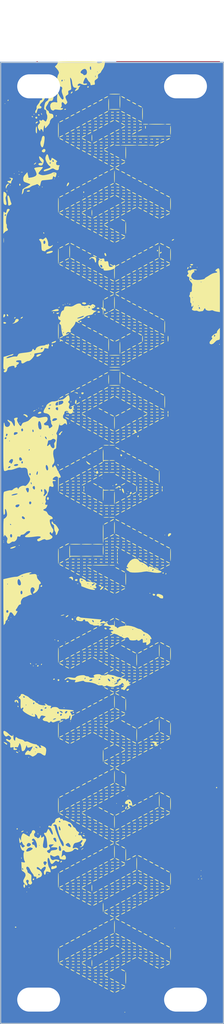
<source format=kicad_pcb>
(kicad_pcb (version 20210228) (generator pcbnew)
  (layers (0 "F.Cu" signal) (31 "B.Cu" signal) (34 "B.Paste" user) (35 "F.Paste" user) (36 "B.SilkS" user "B.Silkscreen") (37 "F.SilkS" user "F.Silkscreen") (38 "B.Mask" user) (39 "F.Mask" user) (44 "Edge.Cuts" user))
  (net 0 "")
  (footprint "Panel Holes:3.2mm slot" (layer "F.Cu") (at 130.175 43.815)
    (fp_text reference "REF**" hide)
    (fp_text value "3.2mm slot")
  )
  (footprint "kicad_libraries:ASCII MODULAR" (layer "F.Cu") (at 140.335 104.775)
    (fp_text reference "G***")
    (fp_text value "LOGO" hide)
  )
  (footprint "kicad_libraries:3U skeleton copper" (layer "F.Cu") (at 139.954 104.648)
    (fp_text reference "G***")
    (fp_text value "LOGO" hide)
  )
  (footprint "kicad_libraries:3U skeleton silk" (layer "F.Cu") (at 139.954 104.648)
    (fp_text reference "G***")
    (fp_text value "LOGO" hide)
  )
  (footprint "kicad_libraries:3U skeleton mask" (layer "F.Cu") (at 139.954 104.648)
    (fp_text reference "G***")
    (fp_text value "LOGO" hide)
  )
  (footprint "Panel Holes:3.2mm slot" (layer "F.Cu") (at 149.86 165.735)
    (fp_text reference "REF**" hide)
    (fp_text value "3.2mm slot")
  )
  (footprint "Panel Holes:3.2mm slot" (layer "F.Cu") (at 130.175 165.735)
    (fp_text reference "REF**" hide)
    (fp_text value "3.2mm slot")
  )
  (footprint "Panel Holes:3.2mm slot" (layer "F.Cu") (at 149.86 43.815)
    (fp_text reference "REF**" hide)
    (fp_text value "3.2mm slot")
  )
  (gr_rect (start 125.095 40.64) (end 154.94 168.91) (layer "B.Cu") (width 0.2) (fill solid))
  (gr_rect (start 125.095 40.64) (end 154.94 168.91) (layer "Edge.Cuts") (width 0.1) (fill none))
)
</source>
